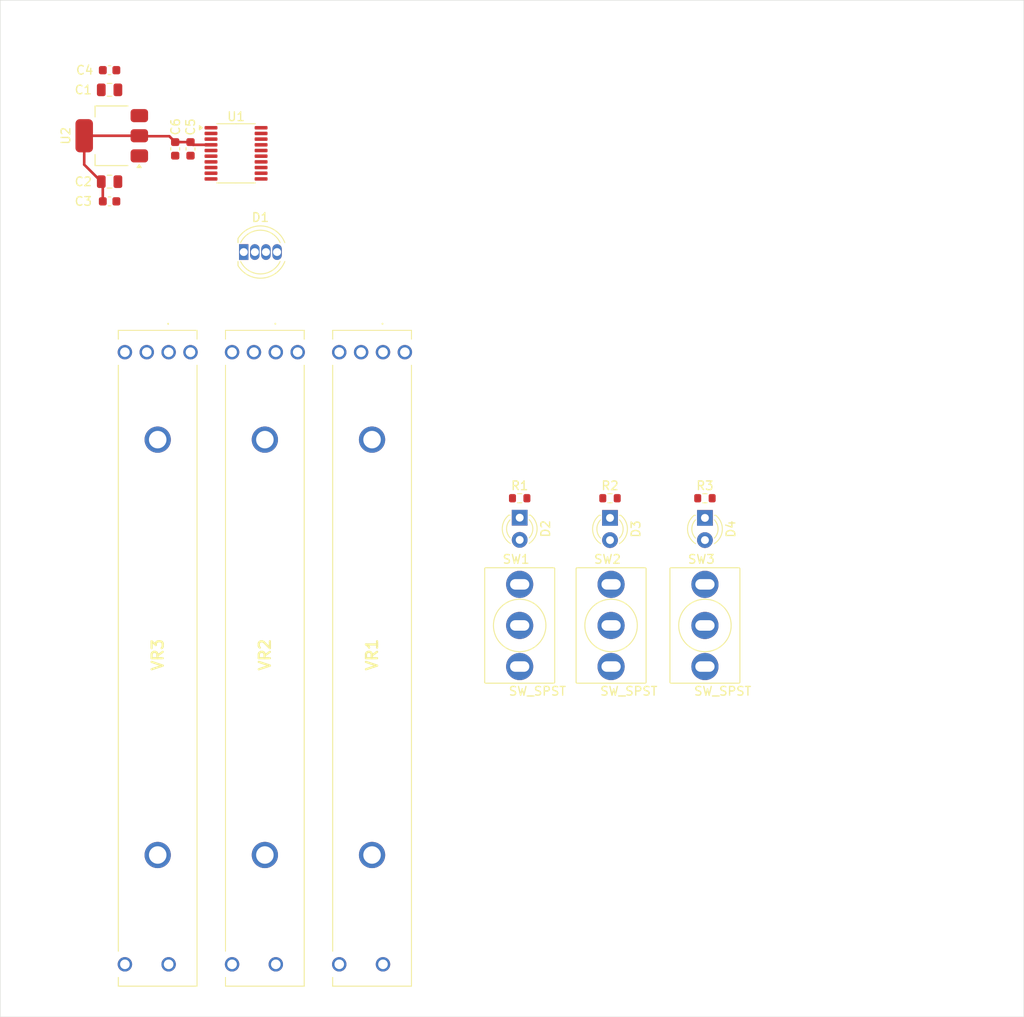
<source format=kicad_pcb>
(kicad_pcb (version 20240108) (generator "pcbnew") (generator_version "8.0")
  (layers (0 "F.Cu" signal) (31 "B.Cu" signal) (34 "B.Paste" user) (35 "F.Paste" user) (36 "B.SilkS" user "B.Silkscreen") (37 "F.SilkS" user "F.Silkscreen") (38 "B.Mask" user) (39 "F.Mask" user) (44 "Edge.Cuts" user))
  (net 0 "")
  (net 1 "GND")
  (net 2 "+VDC")
  (net 3 "+3.3V")
  (net 8 "ADC_IN_3")
  (net 18 "ADC_IN_2")
  (net 21 "ADC_IN_1")
  (net 25 "Net-(D2-A)")
  (net 26 "Net-(D2-K)")
  (net 27 "Net-(D3-A)")
  (net 28 "Net-(D3-K)")
  (net 29 "Net-(D4-K)")
  (net 30 "Net-(D4-A)")
  (footprint "Capacitor_SMD:C_0805_2012Metric" (layer "F.Cu") (at 62.876 53.95 180)
    (property "Reference" "C1" (at 3 0 0) (layer "F.SilkS"))
    (property "Value" "10u")
    (fp_line (start -0.261252 0.735) (end 0.261252 0.735) (stroke (width 0.12)) (layer "F.SilkS"))
    (fp_line (start -0.261252 -0.735) (end 0.261252 -0.735) (stroke (width 0.12)) (layer "F.SilkS"))
    (pad "1" smd roundrect (at -0.95 0 180) (size 1 1.45) (layers "F.Cu" "F.Paste" "F.Mask") (net 2 "+VDC"))
    (pad "2" smd roundrect (at 0.95 0 180) (size 1 1.45) (layers "F.Cu" "F.Paste" "F.Mask") (net 1 "GND"))
  )
  (footprint "rhinocerose-pots:Alps-Slide-Pot-60mm-RS6011SP6003" (layer "F.Cu") (at 94.126 83.95 -90)
    (property "Reference" "VR1" (at 34.6 1.25 90) (layer "F.SilkS") (effects (font (size 1.27 1.27) (thickness 0.254))))
    (property "Value" "Alps-Slide-Potentiometer-60mm-RS6011SP6003" (hide yes))
    (fp_line (start -2.5 5.75) (end -2.5 5.75) (stroke (width 0.1)) (layer "F.SilkS"))
    (fp_line (start -2.5 5.75) (end -2.5 5.75) (stroke (width 0.1)) (layer "F.SilkS"))
    (fp_line (start -2.5 5.75) (end -1.5 5.75) (stroke (width 0.1)) (layer "F.SilkS"))
    (fp_line (start -2.5 5.75) (end -2.5 -3.25) (stroke (width 0.1)) (layer "F.SilkS"))
    (fp_line (start -1.5 5.75) (end -2.5 5.75) (stroke (width 0.1)) (layer "F.SilkS"))
    (fp_line (start -1.5 5.75) (end -1.5 5.75) (stroke (width 0.1)) (layer "F.SilkS"))
    (fp_line (start 1.5 5.75) (end 1.5 5.75) (stroke (width 0.1)) (layer "F.SilkS"))
    (fp_line (start 1.5 5.75) (end 68.5 5.75) (stroke (width 0.1)) (layer "F.SilkS"))
    (fp_line (start 68.5 5.75) (end 1.5 5.75) (stroke (width 0.1)) (layer "F.SilkS"))
    (fp_line (start 68.5 5.75) (end 68.5 5.75) (stroke (width 0.1)) (layer "F.SilkS"))
    (fp_line (start 71.5 5.75) (end 71.5 5.75) (stroke (width 0.1)) (layer "F.SilkS"))
    (fp_line (start 71.5 5.75) (end 72.5 5.75) (stroke (width 0.1)) (layer "F.SilkS"))
    (fp_line (start 72.5 5.75) (end 71.5 5.75) (stroke (width 0.1)) (layer "F.SilkS"))
    (fp_line (start 72.5 5.75) (end 72.5 5.75) (stroke (width 0.1)) (layer "F.SilkS"))
    (fp_line (start 72.5 5.75) (end 72.5 5.75) (stroke (width 0.1)) (layer "F.SilkS"))
    (fp_line (start 72.5 5.75) (end 72.5 -3.25) (stroke (width 0.1)) (layer "F.SilkS"))
    (fp_line (start -3.3 0.05) (end -3.3 0.05) (stroke (width 0.1)) (layer "F.SilkS"))
    (fp_line (start -3.3 0.05) (end -3.3 0.05) (stroke (width 0.1)) (layer "F.SilkS"))
    (fp_line (start -3.2 0.05) (end -3.2 0.05) (stroke (width 0.1)) (layer "F.SilkS"))
    (fp_line (start -2.5 -3.25) (end -2.5 5.75) (stroke (width 0.1)) (layer "F.SilkS"))
    (fp_line (start -2.5 -3.25) (end -2.5 -3.25) (stroke (width 0.1)) (layer "F.SilkS"))
    (fp_line (start -2.5 -3.25) (end -2.5 -3.25) (stroke (width 0.1)) (layer "F.SilkS"))
    (fp_line (start -2.5 -3.25) (end -1.5 -3.25) (stroke (width 0.1)) (layer "F.SilkS"))
    (fp_line (start -1.5 -3.25) (end -2.5 -3.25) (stroke (width 0.1)) (layer "F.SilkS"))
    (fp_line (start -1.5 -3.25) (end -1.5 -3.25) (stroke (width 0.1)) (layer "F.SilkS"))
    (fp_line (start 1.5 -3.25) (end 1.5 -3.25) (stroke (width 0.1)) (layer "F.SilkS"))
    (fp_line (start 1.5 -3.25) (end 72.5 -3.25) (stroke (width 0.1)) (layer "F.SilkS"))
    (fp_line (start 72.5 -3.25) (end 72.5 5.75) (stroke (width 0.1)) (layer "F.SilkS"))
    (fp_line (start 72.5 -3.25) (end 1.5 -3.25) (stroke (width 0.1)) (layer "F.SilkS"))
    (fp_line (start 72.5 -3.25) (end 72.5 -3.25) (stroke (width 0.1)) (layer "F.SilkS"))
    (fp_line (start 72.5 -3.25) (end 72.5 -3.25) (stroke (width 0.1)) (layer "F.SilkS"))
    (fp_arc (start -3.3 0.05) (mid -3.25 0) (end -3.2 0.05) (stroke (width 0.1)) (layer "F.SilkS"))
    (fp_arc (start -3.2 0.05) (mid -3.25 0.1) (end -3.3 0.05) (stroke (width 0.1)) (layer "F.SilkS"))
    (fp_arc (start -3.2 0.05) (mid -3.25 0.1) (end -3.3 0.05) (stroke (width 0.1)) (layer "F.SilkS"))
    (pad "1" thru_hole circle (at 0 0 270) (size 1.65 1.65) (drill 1.1) (layers "*.Cu" "*.Mask") (net 1 "GND"))
    (pad "2" thru_hole circle (at 0 -2.5 270) (size 1.65 1.65) (drill 1.1) (layers "*.Cu" "*.Mask") (net 21 "ADC_IN_1"))
    (pad "3" thru_hole circle (at 70 0 270) (size 1.65 1.65) (drill 1.1) (layers "*.Cu" "*.Mask") (net 3 "+3.3V"))
    (pad "L1" thru_hole circle (at 0 5 270) (size 1.65 1.65) (drill 1.1) (layers "*.Cu" "*.Mask") (net 1 "GND"))
    (pad "L2" thru_hole circle (at 0 2.5 270) (size 1.65 1.65) (drill 1.1) (layers "*.Cu" "*.Mask") (net 1 "GND"))
    (pad "L3" thru_hole circle (at 70 5 270) (size 1.65 1.65) (drill 1.1) (layers "*.Cu" "*.Mask") (net 1 "GND"))
    (pad "MH1" thru_hole circle (at 10 1.25 270) (size 3 3) (drill 2) (layers "*.Cu" "*.Mask") (net 1 "GND"))
    (pad "MH2" thru_hole circle (at 57.5 1.25 270) (size 3 3) (drill 2) (layers "*.Cu" "*.Mask") (net 1 "GND"))
  )
  (footprint "LED_THT:LED_D3.0mm" (layer "F.Cu") (at 130.925 102.9 -90)
    (property "Reference" "D4" (at 1.27 -2.96 90) (layer "F.SilkS"))
    (property "Value" "LED")
    (fp_line (start -0.29 1.08) (end -0.29 1.236) (stroke (width 0.12)) (layer "F.SilkS"))
    (fp_line (start -0.29 -1.236) (end -0.29 -1.08) (stroke (width 0.12)) (layer "F.SilkS"))
    (fp_arc (start 2.31113 1.079837) (mid 1.270117 1.5) (end 0.229039 1.08) (stroke (width 0.12)) (layer "F.SilkS"))
    (fp_arc (start 2.942335 1.078608) (mid 1.366487 1.987659) (end -0.29 1.235516) (stroke (width 0.12)) (layer "F.SilkS"))
    (fp_arc (start 0.229039 -1.08) (mid 1.270117 -1.5) (end 2.31113 -1.079837) (stroke (width 0.12)) (layer "F.SilkS"))
    (fp_arc (start -0.29 -1.235516) (mid 1.366487 -1.987659) (end 2.942335 -1.078608) (stroke (width 0.12)) (layer "F.SilkS"))
    (pad "1" thru_hole rect (at 0 0 270) (size 1.8 1.8) (drill 0.9) (layers "*.Cu" "*.Mask") (net 29 "Net-(D4-K)"))
    (pad "2" thru_hole circle (at 2.54 0 270) (size 1.8 1.8) (drill 0.9) (layers "*.Cu" "*.Mask") (net 30 "Net-(D4-A)"))
  )
  (footprint "Resistor_SMD:R_0603_1608Metric" (layer "F.Cu") (at 109.752 100.65)
    (property "Reference" "R1" (at 0 -1.43 0) (layer "F.SilkS"))
    (property "Value" "R_US")
    (fp_line (start -0.237258 -0.5225) (end 0.237258 -0.5225) (stroke (width 0.12)) (layer "F.SilkS"))
    (fp_line (start -0.237258 0.5225) (end 0.237258 0.5225) (stroke (width 0.12)) (layer "F.SilkS"))
    (pad "1" smd roundrect (at -0.825 0) (size 0.8 0.95) (layers "F.Cu" "F.Paste" "F.Mask") (net 26 "Net-(D2-K)"))
    (pad "2" smd roundrect (at 0.825 0) (size 0.8 0.95) (layers "F.Cu" "F.Paste" "F.Mask") (net 1 "GND"))
  )
  (footprint "rhinocerose-pots:Alps-Slide-Pot-60mm-RS6011SP6003" (layer "F.Cu") (at 81.876 83.95 -90)
    (property "Reference" "VR2" (at 34.6 1.25 90) (layer "F.SilkS") (effects (font (size 1.27 1.27) (thickness 0.254))))
    (property "Value" "Alps-Slide-Potentiometer-60mm-RS6011SP6003" (hide yes))
    (fp_line (start -2.5 5.75) (end -2.5 5.75) (stroke (width 0.1)) (layer "F.SilkS"))
    (fp_line (start -2.5 5.75) (end -2.5 5.75) (stroke (width 0.1)) (layer "F.SilkS"))
    (fp_line (start -2.5 5.75) (end -1.5 5.75) (stroke (width 0.1)) (layer "F.SilkS"))
    (fp_line (start -2.5 5.75) (end -2.5 -3.25) (stroke (width 0.1)) (layer "F.SilkS"))
    (fp_line (start -1.5 5.75) (end -2.5 5.75) (stroke (width 0.1)) (layer "F.SilkS"))
    (fp_line (start -1.5 5.75) (end -1.5 5.75) (stroke (width 0.1)) (layer "F.SilkS"))
    (fp_line (start 1.5 5.75) (end 1.5 5.75) (stroke (width 0.1)) (layer "F.SilkS"))
    (fp_line (start 1.5 5.75) (end 68.5 5.75) (stroke (width 0.1)) (layer "F.SilkS"))
    (fp_line (start 68.5 5.75) (end 1.5 5.75) (stroke (width 0.1)) (layer "F.SilkS"))
    (fp_line (start 68.5 5.75) (end 68.5 5.75) (stroke (width 0.1)) (layer "F.SilkS"))
    (fp_line (start 71.5 5.75) (end 71.5 5.75) (stroke (width 0.1)) (layer "F.SilkS"))
    (fp_line (start 71.5 5.75) (end 72.5 5.75) (stroke (width 0.1)) (layer "F.SilkS"))
    (fp_line (start 72.5 5.75) (end 71.5 5.75) (stroke (width 0.1)) (layer "F.SilkS"))
    (fp_line (start 72.5 5.75) (end 72.5 5.75) (stroke (width 0.1)) (layer "F.SilkS"))
    (fp_line (start 72.5 5.75) (end 72.5 5.75) (stroke (width 0.1)) (layer "F.SilkS"))
    (fp_line (start 72.5 5.75) (end 72.5 -3.25) (stroke (width 0.1)) (layer "F.SilkS"))
    (fp_line (start -3.3 0.05) (end -3.3 0.05) (stroke (width 0.1)) (layer "F.SilkS"))
    (fp_line (start -3.3 0.05) (end -3.3 0.05) (stroke (width 0.1)) (layer "F.SilkS"))
    (fp_line (start -3.2 0.05) (end -3.2 0.05) (stroke (width 0.1)) (layer "F.SilkS"))
    (fp_line (start -2.5 -3.25) (end -2.5 5.75) (stroke (width 0.1)) (layer "F.SilkS"))
    (fp_line (start -2.5 -3.25) (end -2.5 -3.25) (stroke (width 0.1)) (layer "F.SilkS"))
    (fp_line (start -2.5 -3.25) (end -2.5 -3.25) (stroke (width 0.1)) (layer "F.SilkS"))
    (fp_line (start -2.5 -3.25) (end -1.5 -3.25) (stroke (width 0.1)) (layer "F.SilkS"))
    (fp_line (start -1.5 -3.25) (end -2.5 -3.25) (stroke (width 0.1)) (layer "F.SilkS"))
    (fp_line (start -1.5 -3.25) (end -1.5 -3.25) (stroke (width 0.1)) (layer "F.SilkS"))
    (fp_line (start 1.5 -3.25) (end 1.5 -3.25) (stroke (width 0.1)) (layer "F.SilkS"))
    (fp_line (start 1.5 -3.25) (end 72.5 -3.25) (stroke (width 0.1)) (layer "F.SilkS"))
    (fp_line (start 72.5 -3.25) (end 72.5 5.75) (stroke (width 0.1)) (layer "F.SilkS"))
    (fp_line (start 72.5 -3.25) (end 1.5 -3.25) (stroke (width 0.1)) (layer "F.SilkS"))
    (fp_line (start 72.5 -3.25) (end 72.5 -3.25) (stroke (width 0.1)) (layer "F.SilkS"))
    (fp_line (start 72.5 -3.25) (end 72.5 -3.25) (stroke (width 0.1)) (layer "F.SilkS"))
    (fp_arc (start -3.3 0.05) (mid -3.25 0) (end -3.2 0.05) (stroke (width 0.1)) (layer "F.SilkS"))
    (fp_arc (start -3.2 0.05) (mid -3.25 0.1) (end -3.3 0.05) (stroke (width 0.1)) (layer "F.SilkS"))
    (fp_arc (start -3.2 0.05) (mid -3.25 0.1) (end -3.3 0.05) (stroke (width 0.1)) (layer "F.SilkS"))
    (pad "1" thru_hole circle (at 0 0 270) (size 1.65 1.65) (drill 1.1) (layers "*.Cu" "*.Mask") (net 1 "GND"))
    (pad "2" thru_hole circle (at 0 -2.5 270) (size 1.65 1.65) (drill 1.1) (layers "*.Cu" "*.Mask") (net 18 "ADC_IN_2"))
    (pad "3" thru_hole circle (at 70 0 270) (size 1.65 1.65) (drill 1.1) (layers "*.Cu" "*.Mask") (net 3 "+3.3V"))
    (pad "L1" thru_hole circle (at 0 5 270) (size 1.65 1.65) (drill 1.1) (layers "*.Cu" "*.Mask") (net 1 "GND"))
    (pad "L2" thru_hole circle (at 0 2.5 270) (size 1.65 1.65) (drill 1.1) (layers "*.Cu" "*.Mask") (net 1 "GND"))
    (pad "L3" thru_hole circle (at 70 5 270) (size 1.65 1.65) (drill 1.1) (layers "*.Cu" "*.Mask") (net 1 "GND"))
    (pad "MH1" thru_hole circle (at 10 1.25 270) (size 3 3) (drill 2) (layers "*.Cu" "*.Mask") (net 1 "GND"))
    (pad "MH2" thru_hole circle (at 57.5 1.25 270) (size 3 3) (drill 2) (layers "*.Cu" "*.Mask") (net 1 "GND"))
  )
  (footprint "Capacitor_SMD:C_0603_1608Metric" (layer "F.Cu") (at 62.876 51.7 180)
    (property "Reference" "C4" (at 2.845 0 0) (layer "F.SilkS"))
    (property "Value" "100nF")
    (fp_line (start -0.14058 0.51) (end 0.14058 0.51) (stroke (width 0.12)) (layer "F.SilkS"))
    (fp_line (start -0.14058 -0.51) (end 0.14058 -0.51) (stroke (width 0.12)) (layer "F.SilkS"))
    (pad "1" smd roundrect (at -0.775 0 180) (size 0.9 0.95) (layers "F.Cu" "F.Paste" "F.Mask") (net 2 "+VDC"))
    (pad "2" smd roundrect (at 0.775 0 180) (size 0.9 0.95) (layers "F.Cu" "F.Paste" "F.Mask") (net 1 "GND"))
  )
  (footprint "Capacitor_SMD:C_0603_1608Metric" (layer "F.Cu") (at 62.876 66.7)
    (property "Reference" "C3" (at -3 0 0) (layer "F.SilkS"))
    (property "Value" "100nF")
    (fp_line (start -0.14058 -0.51) (end 0.14058 -0.51) (stroke (width 0.12)) (layer "F.SilkS"))
    (fp_line (start -0.14058 0.51) (end 0.14058 0.51) (stroke (width 0.12)) (layer "F.SilkS"))
    (pad "1" smd roundrect (at -0.775 0) (size 0.9 0.95) (layers "F.Cu" "F.Paste" "F.Mask") (net 3 "+3.3V"))
    (pad "2" smd roundrect (at 0.775 0) (size 0.9 0.95) (layers "F.Cu" "F.Paste" "F.Mask") (net 1 "GND"))
  )
  (footprint "Capacitor_SMD:C_0603_1608Metric" (layer "F.Cu") (at 72.126 60.7 -90)
    (property "Reference" "C5" (at -2.5 0 90) (layer "F.SilkS"))
    (property "Value" "100nF")
    (fp_line (start -0.14058 0.51) (end 0.14058 0.51) (stroke (width 0.12)) (layer "F.SilkS"))
    (fp_line (start -0.14058 -0.51) (end 0.14058 -0.51) (stroke (width 0.12)) (layer "F.SilkS"))
    (pad "1" smd roundrect (at -0.775 0 270) (size 0.9 0.95) (layers "F.Cu" "F.Paste" "F.Mask") (net 3 "+3.3V"))
    (pad "2" smd roundrect (at 0.775 0 270) (size 0.9 0.95) (layers "F.Cu" "F.Paste" "F.Mask") (net 1 "GND"))
  )
  (footprint "Package_TO_SOT_SMD:SOT-223-3_TabPin2" (layer "F.Cu") (at 63.126 59.2 180)
    (property "Reference" "U2" (at 5.25 0 90) (layer "F.SilkS"))
    (property "Value" "LM1117MP-3.3")
    (fp_line (start 1.91 3.41) (end 1.91 2.15) (stroke (width 0.12)) (layer "F.SilkS"))
    (fp_line (start 1.91 -3.41) (end 1.91 -2.15) (stroke (width 0.12)) (layer "F.SilkS"))
    (fp_line (start -1.85 3.41) (end 1.91 3.41) (stroke (width 0.12)) (layer "F.SilkS"))
    (fp_line (start -1.85 -3.41) (end 1.91 -3.41) (stroke (width 0.12)) (layer "F.SilkS"))
    (fp_poly (pts (xy -3.13 -3.31) (xy -3.37 -3.64) (xy -2.89 -3.64) (xy -3.13 -3.31)) (stroke (width 0.12)) (fill solid) (layer "F.SilkS"))
    (pad "1" smd roundrect (at -3.15 -2.3 180) (size 2 1.5) (layers "F.Cu" "F.Paste" "F.Mask") (net 1 "GND"))
    (pad "2" smd roundrect (at -3.15 0 180) (size 2 1.5) (layers "F.Cu" "F.Paste" "F.Mask") (net 3 "+3.3V"))
    (pad "2" smd roundrect (at 3.15 0 180) (size 2 3.8) (layers "F.Cu" "F.Paste" "F.Mask") (net 3 "+3.3V"))
    (pad "3" smd roundrect (at -3.15 2.3 180) (size 2 1.5) (layers "F.Cu" "F.Paste" "F.Mask") (net 2 "+VDC"))
  )
  (footprint "PCM_4ms_Switch:Switch_Toggle_SPDT_Mini_SolderLug" (layer "F.Cu") (at 109.75 115.2)
    (property "Reference" "SW1" (at -2.032 -6.985 0) (layer "F.SilkS") (effects (justify left bottom)))
    (property "Value" "SW_SPST" (at -1.33 8.1 0) (layer "F.SilkS") (effects (justify left bottom)))
    (fp_line (start -4 6.5) (end -4 -6.5) (stroke (width 0.125)) (layer "F.SilkS"))
    (fp_line (start -3.9 -6.6) (end 3.9 -6.6) (stroke (width 0.125)) (layer "F.SilkS"))
    (fp_line (start 3.9 6.6) (end -3.9 6.6) (stroke (width 0.125)) (layer "F.SilkS"))
    (fp_line (start 4 -6.5) (end 4 6.5) (stroke (width 0.125)) (layer "F.SilkS"))
    (fp_arc (start -4.0005 -6.477) (mid -3.963303 -6.566803) (end -3.8735 -6.604) (stroke (width 0.125)) (layer "F.SilkS"))
    (fp_arc (start -3.8735 6.604) (mid -3.963303 6.566803) (end -4.0005 6.477) (stroke (width 0.125)) (layer "F.SilkS"))
    (fp_arc (start 3.8735 -6.604) (mid 3.963303 -6.566803) (end 4.0005 -6.477) (stroke (width 0.125)) (layer "F.SilkS"))
    (fp_arc (start 4.0005 6.477) (mid 3.963303 6.566803) (end 3.8735 6.604) (stroke (width 0.125)) (layer "F.SilkS"))
    (fp_circle (center 0 0) (end 3 0) (stroke (width 0.125)) (fill none) (layer "F.SilkS"))
    (pad "1" thru_hole circle (at 0 -4.7) (size 3.1 3.1) (drill oval 2.2 1.2) (layers "*.Cu" "*.Mask") (net 25 "Net-(D2-A)"))
    (pad "2" thru_hole circle (at 0 0) (size 3.1 3.1) (drill oval 2.2 1.2) (layers "*.Cu" "*.Mask") (net 3 "+3.3V"))
    (pad "3" thru_hole circle (at 0 4.7) (size 3.1 3.1) (drill oval 2.2 1.2) (layers "*.Cu" "*.Mask"))
  )
  (footprint "Package_SO:TSSOP-20_4.4x6.5mm_P0.65mm" (layer "F.Cu") (at 77.331 61.21)
    (property "Reference" "U1" (at 0 -4.2 0) (layer "F.SilkS"))
    (property "Value" "STM32G030F6Px")
    (fp_line (start 0 -3.385) (end -2.2 -3.385) (stroke (width 0.12)) (layer "F.SilkS"))
    (fp_line (start 0 -3.385) (end 2.2 -3.385) (stroke (width 0.12)) (layer "F.SilkS"))
    (fp_line (start 0 3.385) (end -2.2 3.385) (stroke (width 0.12)) (layer "F.SilkS"))
    (fp_line (start 0 3.385) (end 2.2 3.385) (stroke (width 0.12)) (layer "F.SilkS"))
    (fp_poly (pts (xy -3.86 -2.925) (xy -4.19 -3.165) (xy -4.19 -2.685) (xy -3.86 -2.925)) (stroke (width 0.12)) (fill solid) (layer "F.SilkS"))
    (pad "1" smd roundrect (at -2.8625 -2.925) (size 1.475 0.4) (layers "F.Cu" "F.Paste" "F.Mask"))
    (pad "2" smd roundrect (at -2.8625 -2.275) (size 1.475 0.4) (layers "F.Cu" "F.Paste" "F.Mask"))
    (pad "3" smd roundrect (at -2.8625 -1.625) (size 1.475 0.4) (layers "F.Cu" "F.Paste" "F.Mask"))
    (pad "4" smd roundrect (at -2.8625 -0.975) (size 1.475 0.4) (layers "F.Cu" "F.Paste" "F.Mask") (net 3 "+3.3V"))
    (pad "5" smd roundrect (at -2.8625 -0.325) (size 1.475 0.4) (layers "F.Cu" "F.Paste" "F.Mask") (net 1 "GND"))
    (pad "6" smd roundrect (at -2.8625 0.325) (size 1.475 0.4) (layers "F.Cu" "F.Paste" "F.Mask"))
    (pad "7" smd roundrect (at -2.8625 0.975) (size 1.475 0.4) (layers "F.Cu" "F.Paste" "F.Mask") (net 21 "ADC_IN_1"))
    (pad "8" smd roundrect (at -2.8625 1.625) (size 1.475 0.4) (layers "F.Cu" "F.Paste" "F.Mask") (net 18 "ADC_IN_2"))
    (pad "9" smd roundrect (at -2.8625 2.275) (size 1.475 0.4) (layers "F.Cu" "F.Paste" "F.Mask") (net 8 "ADC_IN_3"))
    (pad "10" smd roundrect (at -2.8625 2.925) (size 1.475 0.4) (layers "F.Cu" "F.Paste" "F.Mask"))
    (pad "11" smd roundrect (at 2.8625 2.925) (size 1.475 0.4) (layers "F.Cu" "F.Paste" "F.Mask"))
    (pad "12" smd roundrect (at 2.8625 2.275) (size 1.475 0.4) (layers "F.Cu" "F.Paste" "F.Mask"))
    (pad "13" smd roundrect (at 2.8625 1.625) (size 1.475 0.4) (layers "F.Cu" "F.Paste" "F.Mask"))
    (pad "14" smd roundrect (at 2.8625 0.975) (size 1.475 0.4) (layers "F.Cu" "F.Paste" "F.Mask"))
    (pad "15" smd roundrect (at 2.8625 0.325) (size 1.475 0.4) (layers "F.Cu" "F.Paste" "F.Mask"))
    (pad "16" smd roundrect (at 2.8625 -0.325) (size 1.475 0.4) (layers "F.Cu" "F.Paste" "F.Mask"))
    (pad "17" smd roundrect (at 2.8625 -0.975) (size 1.475 0.4) (layers "F.Cu" "F.Paste" "F.Mask"))
    (pad "18" smd roundrect (at 2.8625 -1.625) (size 1.475 0.4) (layers "F.Cu" "F.Paste" "F.Mask"))
    (pad "19" smd roundrect (at 2.8625 -2.275) (size 1.475 0.4) (layers "F.Cu" "F.Paste" "F.Mask"))
    (pad "20" smd roundrect (at 2.8625 -2.925) (size 1.475 0.4) (layers "F.Cu" "F.Paste" "F.Mask"))
  )
  (footprint "Resistor_SMD:R_0603_1608Metric" (layer "F.Cu") (at 130.925 100.65)
    (property "Reference" "R3" (at 0 -1.43 0) (layer "F.SilkS"))
    (property "Value" "R_US")
    (fp_line (start -0.237258 -0.5225) (end 0.237258 -0.5225) (stroke (width 0.12)) (layer "F.SilkS"))
    (fp_line (start -0.237258 0.5225) (end 0.237258 0.5225) (stroke (width 0.12)) (layer "F.SilkS"))
    (pad "1" smd roundrect (at -0.825 0) (size 0.8 0.95) (layers "F.Cu" "F.Paste" "F.Mask") (net 29 "Net-(D4-K)"))
    (pad "2" smd roundrect (at 0.825 0) (size 0.8 0.95) (layers "F.Cu" "F.Paste" "F.Mask") (net 1 "GND"))
  )
  (footprint "Resistor_SMD:R_0603_1608Metric" (layer "F.Cu") (at 120.075 100.65)
    (property "Reference" "R2" (at 0 -1.43 0) (layer "F.SilkS"))
    (property "Value" "R_US")
    (fp_line (start -0.237258 -0.5225) (end 0.237258 -0.5225) (stroke (width 0.12)) (layer "F.SilkS"))
    (fp_line (start -0.237258 0.5225) (end 0.237258 0.5225) (stroke (width 0.12)) (layer "F.SilkS"))
    (pad "1" smd roundrect (at -0.825 0) (size 0.8 0.95) (layers "F.Cu" "F.Paste" "F.Mask") (net 28 "Net-(D3-K)"))
    (pad "2" smd roundrect (at 0.825 0) (size 0.8 0.95) (layers "F.Cu" "F.Paste" "F.Mask") (net 1 "GND"))
  )
  (footprint "Capacitor_SMD:C_0603_1608Metric" (layer "F.Cu") (at 70.376 60.7 -90)
    (property "Reference" "C6" (at -2.53 -0.04 90) (layer "F.SilkS"))
    (property "Value" "1uF")
    (fp_line (start -0.14058 0.51) (end 0.14058 0.51) (stroke (width 0.12)) (layer "F.SilkS"))
    (fp_line (start -0.14058 -0.51) (end 0.14058 -0.51) (stroke (width 0.12)) (layer "F.SilkS"))
    (pad "1" smd roundrect (at -0.775 0 270) (size 0.9 0.95) (layers "F.Cu" "F.Paste" "F.Mask") (net 3 "+3.3V"))
    (pad "2" smd roundrect (at 0.775 0 270) (size 0.9 0.95) (layers "F.Cu" "F.Paste" "F.Mask") (net 1 "GND"))
  )
  (footprint "PCM_4ms_Switch:Switch_Toggle_SPDT_Mini_SolderLug" (layer "F.Cu") (at 130.925 115.2)
    (property "Reference" "SW3" (at -2.032 -6.985 0) (layer "F.SilkS") (effects (justify left bottom)))
    (property "Value" "SW_SPST" (at -1.33 8.1 0) (layer "F.SilkS") (effects (justify left bottom)))
    (fp_line (start -4 6.5) (end -4 -6.5) (stroke (width 0.125)) (layer "F.SilkS"))
    (fp_line (start -3.9 -6.6) (end 3.9 -6.6) (stroke (width 0.125)) (layer "F.SilkS"))
    (fp_line (start 3.9 6.6) (end -3.9 6.6) (stroke (width 0.125)) (layer "F.SilkS"))
    (fp_line (start 4 -6.5) (end 4 6.5) (stroke (width 0.125)) (layer "F.SilkS"))
    (fp_arc (start -4.0005 -6.477) (mid -3.963303 -6.566803) (end -3.8735 -6.604) (stroke (width 0.125)) (layer "F.SilkS"))
    (fp_arc (start -3.8735 6.604) (mid -3.963303 6.566803) (end -4.0005 6.477) (stroke (width 0.125)) (layer "F.SilkS"))
    (fp_arc (start 3.8735 -6.604) (mid 3.963303 -6.566803) (end 4.0005 -6.477) (stroke (width 0.125)) (layer "F.SilkS"))
    (fp_arc (start 4.0005 6.477) (mid 3.963303 6.566803) (end 3.8735 6.604) (stroke (width 0.125)) (layer "F.SilkS"))
    (fp_circle (center 0 0) (end 3 0) (stroke (width 0.125)) (fill none) (layer "F.SilkS"))
    (pad "1" thru_hole circle (at 0 -4.7) (size 3.1 3.1) (drill oval 2.2 1.2) (layers "*.Cu" "*.Mask") (net 30 "Net-(D4-A)"))
    (pad "2" thru_hole circle (at 0 0) (size 3.1 3.1) (drill oval 2.2 1.2) (layers "*.Cu" "*.Mask") (net 3 "+3.3V"))
    (pad "3" thru_hole circle (at 0 4.7) (size 3.1 3.1) (drill oval 2.2 1.2) (layers "*.Cu" "*.Mask"))
  )
  (footprint "LED_THT:LED_D5.0mm-4_RGB" (layer "F.Cu") (at 78.21 72.5)
    (property "Reference" "D1" (at 1.905 -3.96 0) (layer "F.SilkS"))
    (property "Value" "LED_KRGB")
    (fp_line (start -0.655 -1.545) (end -0.655 -1.08) (stroke (width 0.12)) (layer "F.SilkS"))
    (fp_line (start -0.655 1.08) (end -0.655 1.545) (stroke (width 0.12)) (layer "F.SilkS"))
    (fp_arc (start -0.655 -1.54483) (mid 2.163456 -2.978809) (end 4.692815 -1.080827) (stroke (width 0.12)) (layer "F.SilkS"))
    (fp_arc (start -0.349684 -1.08) (mid 1.904762 -2.5) (end 4.159479 -1.080429) (stroke (width 0.12)) (layer "F.SilkS"))
    (fp_arc (start 4.159479 1.080429) (mid 1.904762 2.5) (end -0.349684 1.08) (stroke (width 0.12)) (layer "F.SilkS"))
    (fp_arc (start 4.692815 1.080827) (mid 2.163456 2.978808) (end -0.655 1.54483) (stroke (width 0.12)) (layer "F.SilkS"))
    (pad "1" thru_hole rect (at 0 0) (size 1.07 1.8) (drill 0.9) (layers "*.Cu" "*.Mask") (net 1 "GND"))
    (pad "2" thru_hole oval (at 1.27 0) (size 1.07 1.8) (drill 0.9) (layers "*.Cu" "*.Mask"))
    (pad "3" thru_hole oval (at 2.54 0) (size 1.07 1.8) (drill 0.9) (layers "*.Cu" "*.Mask"))
    (pad "4" thru_hole oval (at 3.81 0) (size 1.07 1.8) (drill 0.9) (layers "*.Cu" "*.Mask"))
  )
  (footprint "rhinocerose-pots:Alps-Slide-Pot-60mm-RS6011SP6003" (layer "F.Cu") (at 69.626 83.95 -90)
    (property "Reference" "VR3" (at 34.6 1.25 90) (layer "F.SilkS") (effects (font (size 1.27 1.27) (thickness 0.254))))
    (property "Value" "Alps-Slide-Potentiometer-60mm-RS6011SP6003" (hide yes))
    (fp_line (start -2.5 5.75) (end -2.5 5.75) (stroke (width 0.1)) (layer "F.SilkS"))
    (fp_line (start -2.5 5.75) (end -2.5 5.75) (stroke (width 0.1)) (layer "F.SilkS"))
    (fp_line (start -2.5 5.75) (end -1.5 5.75) (stroke (width 0.1)) (layer "F.SilkS"))
    (fp_line (start -2.5 5.75) (end -2.5 -3.25) (stroke (width 0.1)) (layer "F.SilkS"))
    (fp_line (start -1.5 5.75) (end -2.5 5.75) (stroke (width 0.1)) (layer "F.SilkS"))
    (fp_line (start -1.5 5.75) (end -1.5 5.75) (stroke (width 0.1)) (layer "F.SilkS"))
    (fp_line (start 1.5 5.75) (end 1.5 5.75) (stroke (width 0.1)) (layer "F.SilkS"))
    (fp_line (start 1.5 5.75) (end 68.5 5.75) (stroke (width 0.1)) (layer "F.SilkS"))
    (fp_line (start 68.5 5.75) (end 1.5 5.75) (stroke (width 0.1)) (layer "F.SilkS"))
    (fp_line (start 68.5 5.75) (end 68.5 5.75) (stroke (width 0.1)) (layer "F.SilkS"))
    (fp_line (start 71.5 5.75) (end 71.5 5.75) (stroke (width 0.1)) (layer "F.SilkS"))
    (fp_line (start 71.5 5.75) (end 72.5 5.75) (stroke (width 0.1)) (layer "F.SilkS"))
    (fp_line (start 72.5 5.75) (end 71.5 5.75) (stroke (width 0.1)) (layer "F.SilkS"))
    (fp_line (start 72.5 5.75) (end 72.5 5.75) (stroke (width 0.1)) (layer "F.SilkS"))
    (fp_line (start 72.5 5.75) (end 72.5 5.75) (stroke (width 0.1)) (layer "F.SilkS"))
    (fp_line (start 72.5 5.75) (end 72.5 -3.25) (stroke (width 0.1)) (layer "F.SilkS"))
    (fp_line (start -3.3 0.05) (end -3.3 0.05) (stroke (width 0.1)) (layer "F.SilkS"))
    (fp_line (start -3.3 0.05) (end -3.3 0.05) (stroke (width 0.1)) (layer "F.SilkS"))
    (fp_line (start -3.2 0.05) (end -3.2 0.05) (stroke (width 0.1)) (layer "F.SilkS"))
    (fp_line (start -2.5 -3.25) (end -2.5 5.75) (stroke (width 0.1)) (layer "F.SilkS"))
    (fp_line (start -2.5 -3.25) (end -2.5 -3.25) (stroke (width 0.1)) (layer "F.SilkS"))
    (fp_line (start -2.5 -3.25) (end -2.5 -3.25) (stroke (width 0.1)) (layer "F.SilkS"))
    (fp_line (start -2.5 -3.25) (end -1.5 -3.25) (stroke (width 0.1)) (layer "F.SilkS"))
    (fp_line (start -1.5 -3.25) (end -2.5 -3.25) (stroke (width 0.1)) (layer "F.SilkS"))
    (fp_line (start -1.5 -3.25) (end -1.5 -3.25) (stroke (width 0.1)) (layer "F.SilkS"))
    (fp_line (start 1.5 -3.25) (end 1.5 -3.25) (stroke (width 0.1)) (layer "F.SilkS"))
    (fp_line (start 1.5 -3.25) (end 72.5 -3.25) (stroke (width 0.1)) (layer "F.SilkS"))
    (fp_line (start 72.5 -3.25) (end 72.5 5.75) (stroke (width 0.1)) (layer "F.SilkS"))
    (fp_line (start 72.5 -3.25) (end 1.5 -3.25) (stroke (width 0.1)) (layer "F.SilkS"))
    (fp_line (start 72.5 -3.25) (end 72.5 -3.25) (stroke (width 0.1)) (layer "F.SilkS"))
    (fp_line (start 72.5 -3.25) (end 72.5 -3.25) (stroke (width 0.1)) (layer "F.SilkS"))
    (fp_arc (start -3.3 0.05) (mid -3.25 0) (end -3.2 0.05) (stroke (width 0.1)) (layer "F.SilkS"))
    (fp_arc (start -3.2 0.05) (mid -3.25 0.1) (end -3.3 0.05) (stroke (width 0.1)) (layer "F.SilkS"))
    (fp_arc (start -3.2 0.05) (mid -3.25 0.1) (end -3.3 0.05) (stroke (width 0.1)) (layer "F.SilkS"))
    (pad "1" thru_hole circle (at 0 0 270) (size 1.65 1.65) (drill 1.1) (layers "*.Cu" "*.Mask") (net 1 "GND"))
    (pad "2" thru_hole circle (at 0 -2.5 270) (size 1.65 1.65) (drill 1.1) (layers "*.Cu" "*.Mask") (net 8 "ADC_IN_3"))
    (pad "3" thru_hole circle (at 70 0 270) (size 1.65 1.65) (drill 1.1) (layers "*.Cu" "*.Mask") (net 3 "+3.3V"))
    (pad "L1" thru_hole circle (at 0 5 270) (size 1.65 1.65) (drill 1.1) (layers "*.Cu" "*.Mask") (net 1 "GND"))
    (pad "L2" thru_hole circle (at 0 2.5 270) (size 1.65 1.65) (drill 1.1) (layers "*.Cu" "*.Mask") (net 1 "GND"))
    (pad "L3" thru_hole circle (at 70 5 270) (size 1.65 1.65) (drill 1.1) (layers "*.Cu" "*.Mask") (net 1 "GND"))
    (pad "MH1" thru_hole circle (at 10 1.25 270) (size 3 3) (drill 2) (layers "*.Cu" "*.Mask") (net 1 "GND"))
    (pad "MH2" thru_hole circle (at 57.5 1.25 270) (size 3 3) (drill 2) (layers "*.Cu" "*.Mask") (net 1 "GND"))
  )
  (footprint "Capacitor_SMD:C_0805_2012Metric" (layer "F.Cu") (at 62.876 64.45)
    (property "Reference" "C2" (at -3 0 0) (layer "F.SilkS"))
    (property "Value" "10u")
    (fp_line (start -0.261252 -0.735) (end 0.261252 -0.735) (stroke (width 0.12)) (layer "F.SilkS"))
    (fp_line (start -0.261252 0.735) (end 0.261252 0.735) (stroke (width 0.12)) (layer "F.SilkS"))
    (pad "1" smd roundrect (at -0.95 0) (size 1 1.45) (layers "F.Cu" "F.Paste" "F.Mask") (net 3 "+3.3V"))
    (pad "2" smd roundrect (at 0.95 0) (size 1 1.45) (layers "F.Cu" "F.Paste" "F.Mask") (net 1 "GND"))
  )
  (footprint "PCM_4ms_Switch:Switch_Toggle_SPDT_Mini_SolderLug" (layer "F.Cu") (at 120.199 115.2)
    (property "Reference" "SW2" (at -2.032 -6.985 0) (layer "F.SilkS") (effects (justify left bottom)))
    (property "Value" "SW_SPST" (at -1.33 8.1 0) (layer "F.SilkS") (effects (justify left bottom)))
    (fp_line (start -4 6.5) (end -4 -6.5) (stroke (width 0.125)) (layer "F.SilkS"))
    (fp_line (start -3.9 -6.6) (end 3.9 -6.6) (stroke (width 0.125)) (layer "F.SilkS"))
    (fp_line (start 3.9 6.6) (end -3.9 6.6) (stroke (width 0.125)) (layer "F.SilkS"))
    (fp_line (start 4 -6.5) (end 4 6.5) (stroke (width 0.125)) (layer "F.SilkS"))
    (fp_arc (start -4.0005 -6.477) (mid -3.963303 -6.566803) (end -3.8735 -6.604) (stroke (width 0.125)) (layer "F.SilkS"))
    (fp_arc (start -3.8735 6.604) (mid -3.963303 6.566803) (end -4.0005 6.477) (stroke (width 0.125)) (layer "F.SilkS"))
    (fp_arc (start 3.8735 -6.604) (mid 3.963303 -6.566803) (end 4.0005 -6.477) (stroke (width 0.125)) (layer "F.SilkS"))
    (fp_arc (start 4.0005 6.477) (mid 3.963303 6.566803) (end 3.8735 6.604) (stroke (width 0.125)) (layer "F.SilkS"))
    (fp_circle (center 0 0) (end 3 0) (stroke (width 0.125)) (fill none) (layer "F.SilkS"))
    (pad "1" thru_hole circle (at 0 -4.7) (size 3.1 3.1) (drill oval 2.2 1.2) (layers "*.Cu" "*.Mask") (net 27 "Net-(D3-A)"))
    (pad "2" thru_hole circle (at 0 0) (size 3.1 3.1) (drill oval 2.2 1.2) (layers "*.Cu" "*.Mask") (net 3 "+3.3V"))
    (pad "3" thru_hole circle (at 0 4.7) (size 3.1 3.1) (drill oval 2.2 1.2) (layers "*.Cu" "*.Mask"))
  )
  (footprint "LED_THT:LED_D3.0mm" (layer "F.Cu") (at 120.075 102.9 -90)
    (property "Reference" "D3" (at 1.27 -2.96 90) (layer "F.SilkS"))
    (property "Value" "LED")
    (fp_line (start -0.29 1.08) (end -0.29 1.236) (stroke (width 0.12)) (layer "F.SilkS"))
    (fp_line (start -0.29 -1.236) (end -0.29 -1.08) (stroke (width 0.12)) (layer "F.SilkS"))
    (fp_arc (start 2.31113 1.079837) (mid 1.270117 1.5) (end 0.229039 1.08) (stroke (width 0.12)) (layer "F.SilkS"))
    (fp_arc (start 2.942335 1.078608) (mid 1.366487 1.987659) (end -0.29 1.235516) (stroke (width 0.12)) (layer "F.SilkS"))
    (fp_arc (start 0.229039 -1.08) (mid 1.270117 -1.5) (end 2.31113 -1.079837) (stroke (width 0.12)) (layer "F.SilkS"))
    (fp_arc (start -0.29 -1.235516) (mid 1.366487 -1.987659) (end 2.942335 -1.078608) (stroke (width 0.12)) (layer "F.SilkS"))
    (pad "1" thru_hole rect (at 0 0 270) (size 1.8 1.8) (drill 0.9) (layers "*.Cu" "*.Mask") (net 28 "Net-(D3-K)"))
    (pad "2" thru_hole circle (at 2.54 0 270) (size 1.8 1.8) (drill 0.9) (layers "*.Cu" "*.Mask") (net 27 "Net-(D3-A)"))
  )
  (footprint "LED_THT:LED_D3.0mm" (layer "F.Cu") (at 109.752 102.875 -90)
    (property "Reference" "D2" (at 1.27 -2.96 90) (layer "F.SilkS"))
    (property "Value" "LED")
    (fp_line (start -0.29 1.08) (end -0.29 1.236) (stroke (width 0.12)) (layer "F.SilkS"))
    (fp_line (start -0.29 -1.236) (end -0.29 -1.08) (stroke (width 0.12)) (layer "F.SilkS"))
    (fp_arc (start 2.31113 1.079837) (mid 1.270117 1.5) (end 0.229039 1.08) (stroke (width 0.12)) (layer "F.SilkS"))
    (fp_arc (start 2.942335 1.078608) (mid 1.366487 1.987659) (end -0.29 1.235516) (stroke (width 0.12)) (layer "F.SilkS"))
    (fp_arc (start 0.229039 -1.08) (mid 1.270117 -1.5) (end 2.31113 -1.079837) (stroke (width 0.12)) (layer "F.SilkS"))
    (fp_arc (start -0.29 -1.235516) (mid 1.366487 -1.987659) (end 2.942335 -1.078608) (stroke (width 0.12)) (layer "F.SilkS"))
    (pad "1" thru_hole rect (at 0 0 270) (size 1.8 1.8) (drill 0.9) (layers "*.Cu" "*.Mask") (net 26 "Net-(D2-K)"))
    (pad "2" thru_hole circle (at 2.54 0 270) (size 1.8 1.8) (drill 0.9) (layers "*.Cu" "*.Mask") (net 25 "Net-(D2-A)"))
  )
  (gr_rect (start 50.376 43.7) (end 167.376 159.95) (stroke (width 0.05)) (fill none) (layer "Edge.Cuts"))
  (segment (start 66.326 59.25) (end 66.276 59.2) (width 0.3) (layer "F.Cu") (net 3))
  (segment (start 59.976 59.2) (end 59.976 62.5) (width 0.3) (layer "F.Cu") (net 3))
  (segment (start 71 59.925) (end 70.376 59.925) (width 0.3) (layer "F.Cu") (net 3))
  (segment (start 59.976 62.5) (end 61.926 64.45) (width 0.3) (layer "F.Cu") (net 3))
  (segment (start 66.276 59.2) (end 59.976 59.2) (width 0.3) (layer "F.Cu") (net 3))
  (segment (start 62.101 64.625) (end 61.926 64.45) (width 0.3) (layer "F.Cu") (net 3))
  (segment (start 74.4685 60.235) (end 72.436 60.235) (width 0.3) (layer "F.Cu") (net 3))
  (segment (start 62.101 66.7) (end 62.101 64.625) (width 0.3) (layer "F.Cu") (net 3))
  (segment (start 69.701 59.25) (end 66.326 59.25) (width 0.3) (layer "F.Cu") (net 3))
  (segment (start 72.436 60.235) (end 72.126 59.925) (width 0.3) (layer "F.Cu") (net 3))
  (segment (start 70.376 59.925) (end 69.701 59.25) (width 0.3) (layer "F.Cu") (net 3))
  (segment (start 70.376 59.925) (end 72.126 59.925) (width 0.3) (layer "F.Cu") (net 3))
)
</source>
